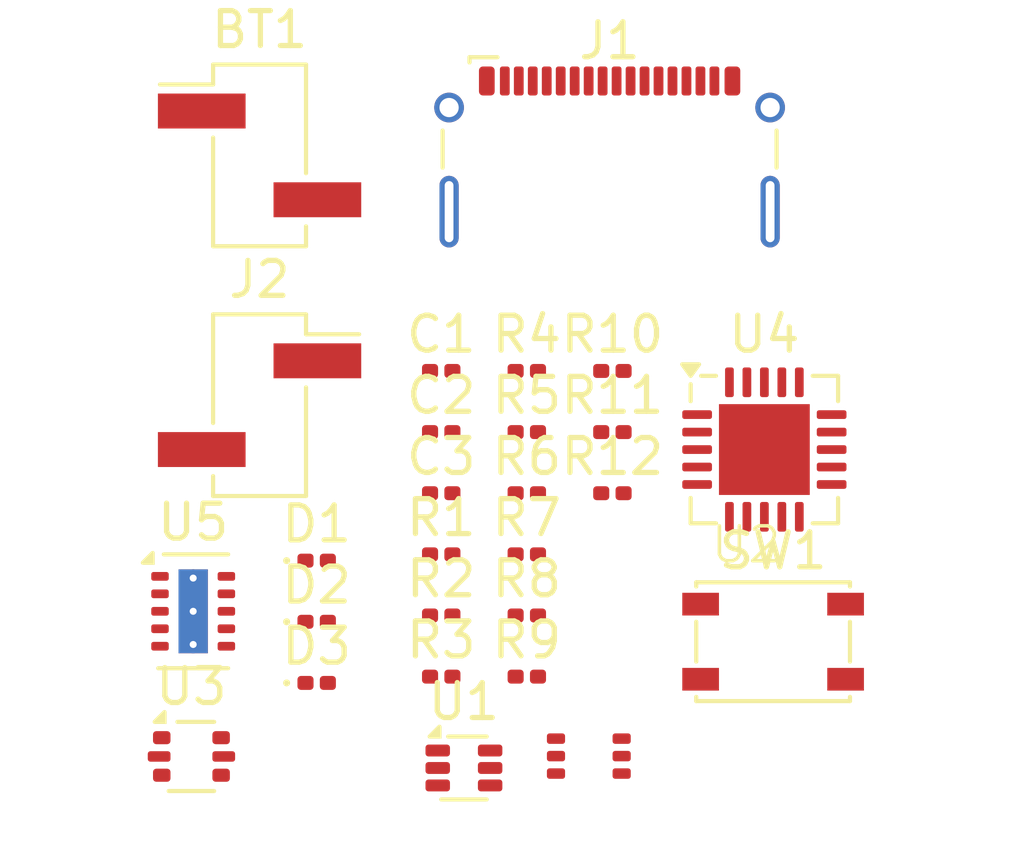
<source format=kicad_pcb>
(kicad_pcb (version 20240108) (generator "pcbnew") (generator_version "8.0")
  (layers (0 "F.Cu" signal) (31 "B.Cu" signal) (34 "B.Paste" user) (35 "F.Paste" user) (36 "B.SilkS" user "B.Silkscreen") (37 "F.SilkS" user "F.Silkscreen") (38 "B.Mask" user) (39 "F.Mask" user) (44 "Edge.Cuts" user))
  (net 0 "")
  (net 1 "EB+")
  (net 2 "GND")
  (net 3 "Net-(U2-VDD)")
  (net 4 "VBUS")
  (net 5 "Net-(D1-K)")
  (net 6 "Net-(D1-A)")
  (net 7 "Net-(D2-K)")
  (net 8 "Net-(D2-A)")
  (net 9 "Case LED")
  (net 10 "Net-(D3-K)")
  (net 11 "DBUS+")
  (net 12 "DBUS-")
  (net 19 "Net-(J2-Pin_2)")
  (net 20 "LED")
  (net 21 "Net-(U2-VM)")
  (net 22 "Net-(R3-Pad2)")
  (net 23 "D+")
  (net 24 "Net-(U1-S1)")
  (net 25 "D-")
  (net 26 "Net-(R6-Pad2)")
  (net 27 "Net-(U5-ISET)")
  (net 28 "Net-(U5-PRETERM)")
  (net 29 "Button")
  (net 30 "Net-(U1-D1)")
  (net 31 "Net-(U1-G1)")
  (net 32 "Net-(U1-G2)")
  (footprint "Capacitor_SMD:C_0201_0603Metric" (layer "F.Cu") (at 8.675 12.745)
    (property "Reference" "C3" (at 0 -1.05 0) (layer "F.SilkS"))
    (property "Value" "C")
    (pad "1" smd roundrect (at -0.32 0) (size 0.46 0.4) (layers "F.Cu" "F.Mask") (net 2 "GND"))
    (pad "2" smd roundrect (at 0.32 0) (size 0.46 0.4) (layers "F.Cu" "F.Mask") (net 4 "VBUS"))
  )
  (footprint "LED_SMD:LED_0201_0603Metric" (layer "F.Cu") (at 5.11 16.425)
    (property "Reference" "D2" (at 0 -1.05 0) (layer "F.SilkS"))
    (property "Value" "LED")
    (fp_circle (center -0.86 0) (end -0.81 0) (stroke (width 0.1)) (fill none) (layer "F.SilkS"))
    (pad "1" smd roundrect (at -0.32 0) (size 0.46 0.4) (layers "F.Cu" "F.Mask") (net 7 "Net-(D2-K)"))
    (pad "2" smd roundrect (at 0.32 0) (size 0.46 0.4) (layers "F.Cu" "F.Mask") (net 8 "Net-(D2-A)"))
  )
  (footprint "BulbLibrary:SNT-6A" (layer "F.Cu") (at 12.22 19.62)
    (property "Reference" "U2" (at 5.18 -5.4 0) (layer "F.SilkS") (effects (font (thickness 0.1))))
    (property "Value" " S-82A1ACA-I6T1U")
    (pad "1" smd roundrect (at -0.26 0.15) (size 0.52 0.3) (layers "F.Cu" "F.Paste" "F.Mask") (net 21 "Net-(U2-VM)"))
    (pad "2" smd roundrect (at -0.26 0.65) (size 0.52 0.3) (layers "F.Cu" "F.Paste" "F.Mask") (net 32 "Net-(U1-G2)"))
    (pad "3" smd roundrect (at -0.26 1.15) (size 0.52 0.3) (layers "F.Cu" "F.Paste" "F.Mask") (net 31 "Net-(U1-G1)"))
    (pad "4" smd roundrect (at 1.62 0.15) (size 0.52 0.3) (layers "F.Cu" "F.Paste" "F.Mask") (net 2 "GND"))
    (pad "5" smd roundrect (at 1.62 0.65) (size 0.52 0.3) (layers "F.Cu" "F.Paste" "F.Mask") (net 3 "Net-(U2-VDD)"))
    (pad "6" smd roundrect (at 1.62 1.15) (size 0.52 0.3) (layers "F.Cu" "F.Paste" "F.Mask") (net 24 "Net-(U1-S1)"))
  )
  (footprint "Resistor_SMD:R_0201_0603Metric" (layer "F.Cu") (at 11.125 17.995)
    (property "Reference" "R9" (at 0 -1.05 0) (layer "F.SilkS"))
    (property "Value" "R")
    (pad "1" smd roundrect (at -0.32 0) (size 0.46 0.4) (layers "F.Cu" "F.Mask") (net 6 "Net-(D1-A)"))
    (pad "2" smd roundrect (at 0.32 0) (size 0.46 0.4) (layers "F.Cu" "F.Mask") (net 1 "EB+"))
  )
  (footprint "Package_TO_SOT_SMD:SOT-666" (layer "F.Cu") (at 1.525 20.28)
    (property "Reference" "U3" (at 0 -2 0) (layer "F.SilkS"))
    (property "Value" "USBLC6-2P6")
    (fp_line (start 0.65 -0.99) (end -0.4 -0.99) (stroke (width 0.12)) (layer "F.SilkS"))
    (fp_line (start 0.65 0.99) (end -0.65 0.99) (stroke (width 0.12)) (layer "F.SilkS"))
    (fp_poly (pts (xy -0.77 -0.99) (xy -1.05 -0.99) (xy -0.77 -1.27) (xy -0.77 -0.99)) (stroke (width 0.12)) (fill solid) (layer "F.SilkS"))
    (pad "1" smd roundrect (at -0.85 -0.5375) (size 0.5 0.375) (layers "F.Cu" "F.Paste" "F.Mask") (net 11 "DBUS+"))
    (pad "2" smd roundrect (at -0.925 0) (size 0.65 0.3) (layers "F.Cu" "F.Paste" "F.Mask") (net 2 "GND"))
    (pad "3" smd roundrect (at -0.85 0.5375) (size 0.5 0.375) (layers "F.Cu" "F.Paste" "F.Mask") (net 22 "Net-(R3-Pad2)"))
    (pad "4" smd roundrect (at 0.85 0.5375) (size 0.5 0.375) (layers "F.Cu" "F.Paste" "F.Mask") (net 26 "Net-(R6-Pad2)"))
    (pad "5" smd roundrect (at 0.925 0) (size 0.65 0.3) (layers "F.Cu" "F.Paste" "F.Mask") (net 4 "VBUS"))
    (pad "6" smd roundrect (at 0.85 -0.5375) (size 0.5 0.375) (layers "F.Cu" "F.Paste" "F.Mask") (net 12 "DBUS-"))
  )
  (footprint "Connector_PinHeader_2.54mm:PinHeader_1x02_P2.54mm_Vertical_SMD_Pin1Right" (layer "F.Cu") (at 3.475 10.225)
    (property "Reference" "J2" (at 0 -3.6 0) (layer "F.SilkS"))
    (property "Value" "LED_2pin_Socket")
    (fp_line (start -1.33 -2.6) (end -1.33 0.51) (stroke (width 0.12)) (layer "F.SilkS"))
    (fp_line (start -1.33 -2.6) (end 1.33 -2.6) (stroke (width 0.12)) (layer "F.SilkS"))
    (fp_line (start -1.33 2.03) (end -1.33 2.6) (stroke (width 0.12)) (layer "F.SilkS"))
    (fp_line (start -1.33 2.6) (end 1.33 2.6) (stroke (width 0.12)) (layer "F.SilkS"))
    (fp_line (start 1.33 -2.6) (end 1.33 -2.03) (stroke (width 0.12)) (layer "F.SilkS"))
    (fp_line (start 1.33 -2.03) (end 2.85 -2.03) (stroke (width 0.12)) (layer "F.SilkS"))
    (fp_line (start 1.33 -0.51) (end 1.33 2.6) (stroke (width 0.12)) (layer "F.SilkS"))
    (pad "1" smd rect (at 1.655 -1.27) (size 2.51 1) (layers "F.Cu" "F.Paste" "F.Mask") (net 20 "LED"))
    (pad "2" smd rect (at -1.655 1.27) (size 2.51 1) (layers "F.Cu" "F.Paste" "F.Mask") (net 19 "Net-(J2-Pin_2)"))
  )
  (footprint "Resistor_SMD:R_0201_0603Metric" (layer "F.Cu") (at 11.125 14.495)
    (property "Reference" "R7" (at 0 -1.05 0) (layer "F.SilkS"))
    (property "Value" "R")
    (pad "1" smd roundrect (at -0.32 0) (size 0.46 0.4) (layers "F.Cu" "F.Mask") (net 2 "GND"))
    (pad "2" smd roundrect (at 0.32 0) (size 0.46 0.4) (layers "F.Cu" "F.Mask") (net 27 "Net-(U5-ISET)"))
  )
  (footprint "Package_TO_SOT_SMD:SOT-563" (layer "F.Cu") (at 9.325 20.61)
    (property "Reference" "U1" (at 0 -1.9 0) (layer "F.SilkS"))
    (property "Value" "DMN52D0UV")
    (fp_line (start 0.65 -0.9) (end -0.45 -0.9) (stroke (width 0.12)) (layer "F.SilkS"))
    (fp_line (start 0.65 0.9) (end -0.65 0.9) (stroke (width 0.12)) (layer "F.SilkS"))
    (fp_poly (pts (xy -0.7 -0.9) (xy -0.98 -0.9) (xy -0.7 -1.18) (xy -0.7 -0.9)) (stroke (width 0.12)) (fill solid) (layer "F.SilkS"))
    (pad "1" smd roundrect (at -0.75 -0.5) (size 0.7 0.34) (layers "F.Cu" "F.Paste" "F.Mask") (net 24 "Net-(U1-S1)"))
    (pad "2" smd roundrect (at -0.75 0) (size 0.7 0.34) (layers "F.Cu" "F.Paste" "F.Mask") (net 31 "Net-(U1-G1)"))
    (pad "3" smd roundrect (at -0.75 0.5) (size 0.7 0.34) (layers "F.Cu" "F.Paste" "F.Mask") (net 30 "Net-(U1-D1)"))
    (pad "4" smd roundrect (at 0.75 0.5) (size 0.7 0.34) (layers "F.Cu" "F.Paste" "F.Mask") (net 30 "Net-(U1-D1)"))
    (pad "5" smd roundrect (at 0.75 0) (size 0.7 0.34) (layers "F.Cu" "F.Paste" "F.Mask") (net 32 "Net-(U1-G2)"))
    (pad "6" smd roundrect (at 0.75 -0.5) (size 0.7 0.34) (layers "F.Cu" "F.Paste" "F.Mask") (net 2 "GND"))
  )
  (footprint "Capacitor_SMD:C_0201_0603Metric" (layer "F.Cu") (at 8.675 9.245)
    (property "Reference" "C1" (at 0 -1.05 0) (layer "F.SilkS"))
    (property "Value" "0.1μ")
    (pad "1" smd roundrect (at -0.32 0) (size 0.46 0.4) (layers "F.Cu" "F.Mask") (net 2 "GND"))
    (pad "2" smd roundrect (at 0.32 0) (size 0.46 0.4) (layers "F.Cu" "F.Mask") (net 3 "Net-(U2-VDD)"))
  )
  (footprint "Connector_USB:USB_C_Receptacle_G-Switch_GT-USB-7025" (layer "F.Cu") (at 13.495 4.395)
    (property "Reference" "J1" (at 0 -4.6 0) (layer "F.SilkS"))
    (property "Value" "USB_C_Receptacle_USB2.0_14P")
    (fp_line (start -4.78 -2.03) (end -4.78 -0.97) (stroke (width 0.12)) (layer "F.SilkS"))
    (fp_line (start -4.01 -4.13) (end -4.01 -3.98) (stroke (width 0.12)) (layer "F.SilkS"))
    (fp_line (start -3.21 -4.13) (end -4.01 -4.13) (stroke (width 0.12)) (layer "F.SilkS"))
    (fp_line (start 4.78 -0.97) (end 4.78 -2.03) (stroke (width 0.12)) (layer "F.SilkS"))
    (pad "A1" smd roundrect (at -3 -3.45) (size 0.28 0.83) (layers "F.Cu" "F.Paste" "F.Mask") (net 2 "GND"))
    (pad "A4" smd roundrect (at -2.2 -3.45) (size 0.28 0.83) (layers "F.Cu" "F.Paste" "F.Mask") (net 4 "VBUS"))
    (pad "A5" smd roundrect (at -1.4 -3.45) (size 0.28 0.83) (layers "F.Cu" "F.Paste" "F.Mask"))
    (pad "A6" smd roundrect (at -0.6 -3.45) (size 0.28 0.83) (layers "F.Cu" "F.Paste" "F.Mask") (net 11 "DBUS+"))
    (pad "A7" smd roundrect (at -0.2 -3.45) (size 0.28 0.83) (layers "F.Cu" "F.Paste" "F.Mask") (net 12 "DBUS-"))
    (pad "A8" smd roundrect (at 0.2 -3.45) (size 0.28 0.83) (layers "F.Cu" "F.Paste" "F.Mask"))
    (pad "A9" smd roundrect (at 1.8 -3.45) (size 0.28 0.83) (layers "F.Cu" "F.Paste" "F.Mask") (net 4 "VBUS"))
    (pad "A12" smd roundrect (at 2.6 -3.45) (size 0.28 0.83) (layers "F.Cu" "F.Paste" "F.Mask") (net 2 "GND"))
    (pad "B1" smd roundrect (at 3 -3.45) (size 0.28 0.83) (layers "F.Cu" "F.Paste" "F.Mask") (net 2 "GND"))
    (pad "B4" smd roundrect (at 2.2 -3.45) (size 0.28 0.83) (layers "F.Cu" "F.Paste" "F.Mask") (net 4 "VBUS"))
    (pad "B5" smd roundrect (at 1.4 -3.45) (size 0.28 0.83) (layers "F.Cu" "F.Paste" "F.Mask"))
    (pad "B6" smd roundrect (at 1 -3.45) (size 0.28 0.83) (layers "F.Cu" "F.Paste" "F.Mask") (net 11 "DBUS+"))
    (pad "B7" smd roundrect (at 0.6 -3.45) (size 0.28 0.83) (layers "F.Cu" "F.Paste" "F.Mask") (net 12 "DBUS-"))
    (pad "B8" smd roundrect (at -1 -3.45) (size 0.28 0.83) (layers "F.Cu" "F.Paste" "F.Mask"))
    (pad "B9" smd roundrect (at -1.8 -3.45) (size 0.28 0.83) (layers "F.Cu" "F.Paste" "F.Mask") (net 4 "VBUS"))
    (pad "B12" smd roundrect (at -2.6 -3.45) (size 0.28 0.83) (layers "F.Cu" "F.Paste" "F.Mask") (net 2 "GND"))
    (pad "GND" smd roundrect (at -3.515 -3.45) (size 0.45 0.83) (layers "F.Cu" "F.Paste" "F.Mask"))
    (pad "GND" smd roundrect (at 3.515 -3.45) (size 0.45 0.83) (layers "F.Cu" "F.Paste" "F.Mask"))
    (pad "S1" thru_hole circle (at -4.595 -2.69) (size 0.85 0.85) (drill 0.55) (layers "*.Cu" "*.Mask"))
    (pad "S1" thru_hole oval (at -4.595 0.29) (size 0.55 2.05) (drill oval 0.25 1.75) (layers "*.Cu" "*.Mask"))
    (pad "S1" thru_hole circle (at 4.595 -2.69) (size 0.85 0.85) (drill 0.55) (layers "*.Cu" "*.Mask"))
    (pad "S1" thru_hole oval (at 4.595 0.29) (size 0.55 2.05) (drill oval 0.25 1.75) (layers "*.Cu" "*.Mask"))
  )
  (footprint "Resistor_SMD:R_0201_0603Metric" (layer "F.Cu") (at 13.575 10.995)
    (property "Reference" "R11" (at 0 -1.05 0) (layer "F.SilkS"))
    (property "Value" "R")
    (pad "1" smd roundrect (at -0.32 0) (size 0.46 0.4) (layers "F.Cu" "F.Mask") (net 19 "Net-(J2-Pin_2)"))
    (pad "2" smd roundrect (at 0.32 0) (size 0.46 0.4) (layers "F.Cu" "F.Mask") (net 2 "GND"))
  )
  (footprint "Package_SON:WSON-10-1EP_2x3mm_P0.5mm_EP0.84x2.4mm_ThermalVias" (layer "F.Cu") (at 1.575 16.125)
    (property "Reference" "U5" (at 0 -2.55 0) (layer "F.SilkS"))
    (property "Value" "BQ24045DSQR")
    (fp_line (start -1 1.63) (end 1 1.63) (stroke (width 0.12)) (layer "F.SilkS"))
    (fp_line (start -0.84 -1.63) (end 1 -1.63) (stroke (width 0.12)) (layer "F.SilkS"))
    (fp_poly (pts (xy -1.16 -1.39) (xy -1.44 -1.39) (xy -1.16 -1.67) (xy -1.16 -1.39)) (stroke (width 0.12)) (fill solid) (layer "F.SilkS"))
    (pad "1" smd roundrect (at -0.95 -1) (size 0.5 0.25) (layers "F.Cu" "F.Paste" "F.Mask") (net 4 "VBUS"))
    (pad "2" smd roundrect (at -0.95 -0.5) (size 0.5 0.25) (layers "F.Cu" "F.Paste" "F.Mask") (net 27 "Net-(U5-ISET)"))
    (pad "3" smd roundrect (at -0.95 0) (size 0.5 0.25) (layers "F.Cu" "F.Paste" "F.Mask") (net 2 "GND"))
    (pad "4" smd roundrect (at -0.95 0.5) (size 0.5 0.25) (layers "F.Cu" "F.Paste" "F.Mask") (net 28 "Net-(U5-PRETERM)"))
    (pad "5" smd roundrect (at -0.95 1) (size 0.5 0.25) (layers "F.Cu" "F.Paste" "F.Mask") (net 7 "Net-(D2-K)"))
    (pad "6" smd roundrect (at 0.95 1) (size 0.5 0.25) (layers "F.Cu" "F.Paste" "F.Mask"))
    (pad "7" smd roundrect (at 0.95 0.5) (size 0.5 0.25) (layers "F.Cu" "F.Paste" "F.Mask"))
    (pad "8" smd roundrect (at 0.95 0) (size 0.5 0.25) (layers "F.Cu" "F.Paste" "F.Mask") (net 5 "Net-(D1-K)"))
    (pad "9" smd roundrect (at 0.95 -0.5) (size 0.5 0.25) (layers "F.Cu" "F.Paste" "F.Mask"))
    (pad "10" smd roundrect (at 0.95 -1) (size 0.5 0.25) (layers "F.Cu" "F.Paste" "F.Mask") (net 1 "EB+"))
    (pad "11" thru_hole circle (at 0 -0.95) (size 0.5 0.5) (drill 0.2) (layers "*.Cu" "F.Mask") (net 2 "GND"))
    (pad "11" thru_hole circle (at 0 0) (size 0.5 0.5) (drill 0.2) (layers "*.Cu" "F.Mask") (net 2 "GND"))
    (pad "11" smd rect (at 0 0) (size 0.84 2.4) (layers "F.Cu" "F.Mask") (net 2 "GND"))
    (pad "11" smd rect (at 0 0) (size 0.84 2.4) (layers "B.Cu") (net 2 "GND"))
    (pad "11" thru_hole circle (at 0 0.95) (size 0.5 0.5) (drill 0.2) (layers "*.Cu" "F.Mask") (net 2 "GND"))
  )
  (footprint "LED_SMD:LED_0201_0603Metric" (layer "F.Cu") (at 5.11 14.675)
    (property "Reference" "D1" (at 0 -1.05 0) (layer "F.SilkS"))
    (property "Value" "LED")
    (fp_circle (center -0.86 0) (end -0.81 0) (stroke (width 0.1)) (fill none) (layer "F.SilkS"))
    (pad "1" smd roundrect (at -0.32 0) (size 0.46 0.4) (layers "F.Cu" "F.Mask") (net 5 "Net-(D1-K)"))
    (pad "2" smd roundrect (at 0.32 0) (size 0.46 0.4) (layers "F.Cu" "F.Mask") (net 6 "Net-(D1-A)"))
  )
  (footprint "Resistor_SMD:R_0201_0603Metric" (layer "F.Cu") (at 8.675 14.495)
    (property "Reference" "R1" (at 0 -1.05 0) (layer "F.SilkS"))
    (property "Value" "470")
    (pad "1" smd roundrect (at -0.32 0) (size 0.46 0.4) (layers "F.Cu" "F.Mask") (net 2 "GND"))
    (pad "2" smd roundrect (at 0.32 0) (size 0.46 0.4) (layers "F.Cu" "F.Mask") (net 21 "Net-(U2-VM)"))
  )
  (footprint "Resistor_SMD:R_0201_0603Metric" (layer "F.Cu") (at 8.675 16.245)
    (property "Reference" "R2" (at 0 -1.05 0) (layer "F.SilkS"))
    (property "Value" "2.2k")
    (pad "1" smd roundrect (at -0.32 0) (size 0.46 0.4) (layers "F.Cu" "F.Mask") (net 12 "DBUS-"))
    (pad "2" smd roundrect (at 0.32 0) (size 0.46 0.4) (layers "F.Cu" "F.Mask") (net 4 "VBUS"))
  )
  (footprint "Resistor_SMD:R_0201_0603Metric" (layer "F.Cu") (at 11.125 12.745)
    (property "Reference" "R6" (at 0 -1.05 0) (layer "F.SilkS"))
    (property "Value" "68")
    (pad "1" smd roundrect (at -0.32 0) (size 0.46 0.4) (layers "F.Cu" "F.Mask") (net 25 "D-"))
    (pad "2" smd roundrect (at 0.32 0) (size 0.46 0.4) (layers "F.Cu" "F.Mask") (net 26 "Net-(R6-Pad2)"))
  )
  (footprint "Connector_PinHeader_2.54mm:PinHeader_1x02_P2.54mm_Vertical_SMD_Pin1Left" (layer "F.Cu") (at 3.475 3.075)
    (property "Reference" "BT1" (at 0 -3.6 0) (layer "F.SilkS"))
    (property "Value" "Battery")
    (fp_line (start -1.33 -2.6) (end -1.33 -2.03) (stroke (width 0.12)) (layer "F.SilkS"))
    (fp_line (start -1.33 -2.6) (end 1.33 -2.6) (stroke (width 0.12)) (layer "F.SilkS"))
    (fp_line (start -1.33 -2.03) (end -2.85 -2.03) (stroke (width 0.12)) (layer "F.SilkS"))
    (fp_line (start -1.33 -0.51) (end -1.33 2.6) (stroke (width 0.12)) (layer "F.SilkS"))
    (fp_line (start -1.33 2.6) (end 1.33 2.6) (stroke (width 0.12)) (layer "F.SilkS"))
    (fp_line (start 1.33 -2.6) (end 1.33 0.51) (stroke (width 0.12)) (layer "F.SilkS"))
    (fp_line (start 1.33 2.03) (end 1.33 2.6) (stroke (width 0.12)) (layer "F.SilkS"))
    (pad "1" smd rect (at -1.655 -1.27) (size 2.51 1) (layers "F.Cu" "F.Paste" "F.Mask") (net 1 "EB+"))
    (pad "2" smd rect (at 1.655 1.27) (size 2.51 1) (layers "F.Cu" "F.Paste" "F.Mask") (net 2 "GND"))
  )
  (footprint "Resistor_SMD:R_0201_0603Metric" (layer "F.Cu") (at 13.575 12.745)
    (property "Reference" "R12" (at 0 -1.05 0) (layer "F.SilkS"))
    (property "Value" "R")
    (pad "1" smd roundrect (at -0.32 0) (size 0.46 0.4) (layers "F.Cu" "F.Mask") (net 10 "Net-(D3-K)"))
    (pad "2" smd roundrect (at 0.32 0) (size 0.46 0.4) (layers "F.Cu" "F.Mask") (net 2 "GND"))
  )
  (footprint "Capacitor_SMD:C_0201_0603Metric" (layer "F.Cu") (at 8.675 10.995)
    (property "Reference" "C2" (at 0 -1.05 0) (layer "F.SilkS"))
    (property "Value" "C")
    (pad "1" smd roundrect (at -0.32 0) (size 0.46 0.4) (layers "F.Cu" "F.Mask") (net 1 "EB+"))
    (pad "2" smd roundrect (at 0.32 0) (size 0.46 0.4) (layers "F.Cu" "F.Mask") (net 2 "GND"))
  )
  (footprint "Resistor_SMD:R_0201_0603Metric" (layer "F.Cu") (at 11.125 9.245)
    (property "Reference" "R4" (at 0 -1.05 0) (layer "F.SilkS"))
    (property "Value" "5M")
    (pad "1" smd roundrect (at -0.32 0) (size 0.46 0.4) (layers "F.Cu" "F.Mask") (net 24 "Net-(U1-S1)"))
    (pad "2" smd roundrect (at 0.32 0) (size 0.46 0.4) (layers "F.Cu" "F.Mask") (net 2 "GND"))
  )
  (footprint "LED_SMD:LED_0201_0603Metric" (layer "F.Cu") (at 5.11 18.175)
    (property "Reference" "D3" (at 0 -1.05 0) (layer "F.SilkS"))
    (property "Value" "LED")
    (fp_circle (center -0.86 0) (end -0.81 0) (stroke (width 0.1)) (fill none) (layer "F.SilkS"))
    (pad "1" smd roundrect (at -0.32 0) (size 0.46 0.4) (layers "F.Cu" "F.Mask") (net 10 "Net-(D3-K)"))
    (pad "2" smd roundrect (at 0.32 0) (size 0.46 0.4) (layers "F.Cu" "F.Mask") (net 9 "Case LED"))
  )
  (footprint "Resistor_SMD:R_0201_0603Metric" (layer "F.Cu") (at 8.675 17.995)
    (property "Reference" "R3" (at 0 -1.05 0) (layer "F.SilkS"))
    (property "Value" "68")
    (pad "1" smd roundrect (at -0.32 0) (size 0.46 0.4) (layers "F.Cu" "F.Mask") (net 23 "D+"))
    (pad "2" smd roundrect (at 0.32 0) (size 0.46 0.4) (layers "F.Cu" "F.Mask") (net 22 "Net-(R3-Pad2)"))
  )
  (footprint "Resistor_SMD:R_0201_0603Metric" (layer "F.Cu") (at 11.125 10.995)
    (property "Reference" "R5" (at 0 -1.05 0) (layer "F.SilkS"))
    (property "Value" "330")
    (pad "1" smd roundrect (at -0.32 0) (size 0.46 0.4) (layers "F.Cu" "F.Mask") (net 3 "Net-(U2-VDD)"))
    (pad "2" smd roundrect (at 0.32 0) (size 0.46 0.4) (layers "F.Cu" "F.Mask") (net 1 "EB+"))
  )
  (footprint "Package_DFN_QFN:QFN-20-1EP_4x4mm_P0.5mm_EP2.6x2.6mm" (layer "F.Cu") (at 17.925 11.495)
    (property "Reference" "U4" (at 0 -3.3 0) (layer "F.SilkS"))
    (property "Value" "ATtiny85-20M")
    (fp_line (start -2.11 -1.385) (end -2.11 -1.87) (stroke (width 0.12)) (layer "F.SilkS"))
    (fp_line (start -2.11 2.11) (end -2.11 1.385) (stroke (width 0.12)) (layer "F.SilkS"))
    (fp_line (start -1.385 -2.11) (end -1.81 -2.11) (stroke (width 0.12)) (layer "F.SilkS"))
    (fp_line (start -1.385 2.11) (end -2.11 2.11) (stroke (width 0.12)) (layer "F.SilkS"))
    (fp_line (start 1.385 -2.11) (end 2.11 -2.11) (stroke (width 0.12)) (layer "F.SilkS"))
    (fp_line (start 1.385 2.11) (end 2.11 2.11) (stroke (width 0.12)) (layer "F.SilkS"))
    (fp_line (start 2.11 -2.11) (end 2.11 -1.385) (stroke (width 0.12)) (layer "F.SilkS"))
    (fp_line (start 2.11 2.11) (end 2.11 1.385) (stroke (width 0.12)) (layer "F.SilkS"))
    (fp_poly (pts (xy -2.11 -2.11) (xy -2.35 -2.44) (xy -1.87 -2.44) (xy -2.11 -2.11)) (stroke (width 0.12)) (fill solid) (layer "F.SilkS"))
    (pad "1" smd roundrect (at -1.925 -1) (size 0.85 0.25) (layers "F.Cu" "F.Paste" "F.Mask"))
    (pad "2" smd roundrect (at -1.925 -0.5) (size 0.85 0.25) (layers "F.Cu" "F.Paste" "F.Mask") (net 9 "Case LED"))
    (pad "3" smd roundrect (at -1.925 0) (size 0.85 0.25) (layers "F.Cu" "F.Paste" "F.Mask"))
    (pad "4" smd roundrect (at -1.925 0.5) (size 0.85 0.25) (layers "F.Cu" "F.Paste" "F.Mask"))
    (pad "5" smd roundrect (at -1.925 1) (size 0.85 0.25) (layers "F.Cu" "F.Paste" "F.Mask") (net 20 "LED"))
    (pad "6" smd roundrect (at -1 1.925) (size 0.25 0.85) (layers "F.Cu" "F.Paste" "F.Mask"))
    (pad "7" smd roundrect (at -0.5 1.925) (size 0.25 0.85) (layers "F.Cu" "F.Paste" "F.Mask"))
    (pad "8" smd roundrect (at 0 1.925) (size 0.25 0.85) (layers "F.Cu" "F.Paste" "F.Mask") (net 2 "GND"))
    (pad "9" smd roundrect (at 0.5 1.925) (size 0.25 0.85) (layers "F.Cu" "F.Paste" "F.Mask"))
    (pad "10" smd roundrect (at 1 1.925) (size 0.25 0.85) (layers "F.Cu" "F.Paste" "F.Mask"))
    (pad "11" smd roundrect (at 1.925 1) (size 0.85 0.25) (layers "F.Cu" "F.Paste" "F.Mask") (net 25 "D-"))
    (pad "12" smd roundrect (at 1.925 0.5) (size 0.85 0.25) (layers "F.Cu" "F.Paste" "F.Mask") (net 23 "D+"))
    (pad "13" smd roundrect (at 1.925 0) (size 0.85 0.25) (layers "F.Cu" "F.Paste" "F.Mask"))
    (pad "14" smd roundrect (at 1.925 -0.5) (size 0.85 0.25) (layers "F.Cu" "F.Paste" "F.Mask") (net 29 "Button"))
    (pad "15" smd roundrect (at 1.925 -1) (size 0.85 0.25) (layers "F.Cu" "F.Paste" "F.Mask") (net 1 "EB+"))
    (pad "16" smd roundrect (at 1 -1.925) (size 0.25 0.85) (layers "F.Cu" "F.Paste" "F.Mask"))
    (pad "17" smd roundrect (at 0.5 -1.925) (size 0.25 0.85) (layers "F.Cu" "F.Paste" "F.Mask"))
    (pad "18" smd roundrect (at 0 -1.925) (size 0.25 0.85) (layers "F.Cu" "F.Paste" "F.Mask"))
    (pad "19" smd roundrect (at -0.5 -1.925) (size 0.25 0.85) (layers "F.Cu" "F.Paste" "F.Mask"))
    (pad "20" smd roundrect (at -1 -1.925) (size 0.25 0.85) (layers "F.Cu" "F.Paste" "F.Mask"))
    (pad "21" smd rect (at 0 0) (size 2.6 2.6) (property pad_prop_heatsink) (layers "F.Cu" "F.Mask") (net 2 "GND"))
  )
  (footprint "Resistor_SMD:R_0201_0603Metric" (layer "F.Cu") (at 13.575 9.245)
    (property "Reference" "R10" (at 0 -1.05 0) (layer "F.SilkS"))
    (property "Value" "R")
    (pad "1" smd roundrect (at -0.32 0) (size 0.46 0.4) (layers "F.Cu" "F.Mask") (net 8 "Net-(D2-A)"))
    (pad "2" smd roundrect (at 0.32 0) (size 0.46 0.4) (layers "F.Cu" "F.Mask") (net 1 "EB+"))
  )
  (footprint "Button_Switch_SMD:SW_SPST_PTS810" (layer "F.Cu") (at 18.175 16.995)
    (property "Reference" "SW1" (at 0 -2.6 0) (layer "F.SilkS"))
    (property "Value" "SW_Push")
    (fp_line (start -2.2 -1.7) (end -2.2 -1.58) (stroke (width 0.12)) (layer "F.SilkS"))
    (fp_line (start -2.2 -0.57) (end -2.2 0.57) (stroke (width 0.12)) (layer "F.SilkS"))
    (fp_line (start -2.2 1.58) (end -2.2 1.7) (stroke (width 0.12)) (layer "F.SilkS"))
    (fp_line (start -2.2 1.7) (end 2.2 1.7) (stroke (width 0.12)) (layer "F.SilkS"))
    (fp_line (start 2.2 -1.7) (end -2.2 -1.7) (stroke (width 0.12)) (layer "F.SilkS"))
    (fp_line (start 2.2 -1.58) (end 2.2 -1.7) (stroke (width 0.12)) (layer "F.SilkS"))
    (fp_line (start 2.2 0.57) (end 2.2 -0.57) (stroke (width 0.12)) (layer "F.SilkS"))
    (fp_line (start 2.2 1.7) (end 2.2 1.58) (stroke (width 0.12)) (layer "F.SilkS"))
    (pad "1" smd rect (at -2.075 -1.075) (size 1.05 0.65) (layers "F.Cu" "F.Paste" "F.Mask") (net 29 "Button"))
    (pad "1" smd rect (at 2.075 -1.075) (size 1.05 0.65) (layers "F.Cu" "F.Paste" "F.Mask") (net 29 "Button"))
    (pad "2" smd rect (at -2.075 1.075) (size 1.05 0.65) (layers "F.Cu" "F.Paste" "F.Mask") (net 2 "GND"))
    (pad "2" smd rect (at 2.075 1.075) (size 1.05 0.65) (layers "F.Cu" "F.Paste" "F.Mask") (net 2 "GND"))
  )
  (footprint "Resistor_SMD:R_0201_0603Metric" (layer "F.Cu") (at 11.125 16.245)
    (property "Reference" "R8" (at 0 -1.05 0) (layer "F.SilkS"))
    (property "Value" "R")
    (pad "1" smd roundrect (at -0.32 0) (size 0.46 0.4) (layers "F.Cu" "F.Mask") (net 2 "GND"))
    (pad "2" smd roundrect (at 0.32 0) (size 0.46 0.4) (layers "F.Cu" "F.Mask") (net 28 "Net-(U5-PRETERM)"))
  )
)
</source>
